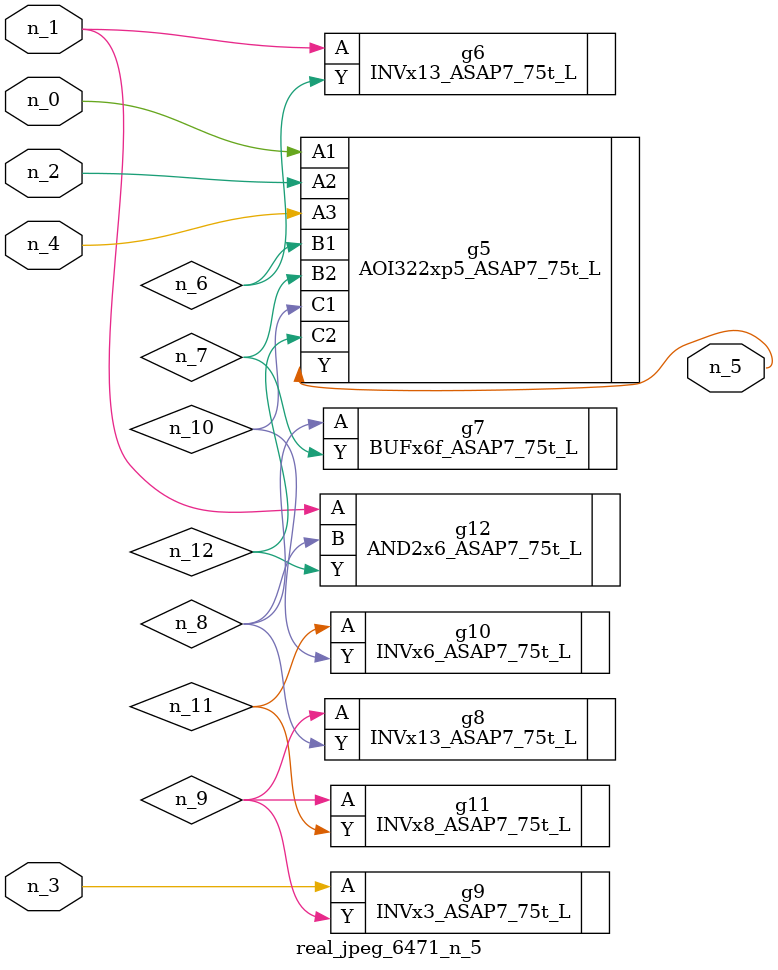
<source format=v>
module real_jpeg_6471_n_5 (n_4, n_0, n_1, n_2, n_3, n_5);

input n_4;
input n_0;
input n_1;
input n_2;
input n_3;

output n_5;

wire n_12;
wire n_8;
wire n_11;
wire n_6;
wire n_7;
wire n_10;
wire n_9;

AOI322xp5_ASAP7_75t_L g5 ( 
.A1(n_0),
.A2(n_2),
.A3(n_4),
.B1(n_6),
.B2(n_7),
.C1(n_10),
.C2(n_12),
.Y(n_5)
);

INVx13_ASAP7_75t_L g6 ( 
.A(n_1),
.Y(n_6)
);

AND2x6_ASAP7_75t_L g12 ( 
.A(n_1),
.B(n_8),
.Y(n_12)
);

INVx3_ASAP7_75t_L g9 ( 
.A(n_3),
.Y(n_9)
);

BUFx6f_ASAP7_75t_L g7 ( 
.A(n_8),
.Y(n_7)
);

INVx13_ASAP7_75t_L g8 ( 
.A(n_9),
.Y(n_8)
);

INVx8_ASAP7_75t_L g11 ( 
.A(n_9),
.Y(n_11)
);

INVx6_ASAP7_75t_L g10 ( 
.A(n_11),
.Y(n_10)
);


endmodule
</source>
